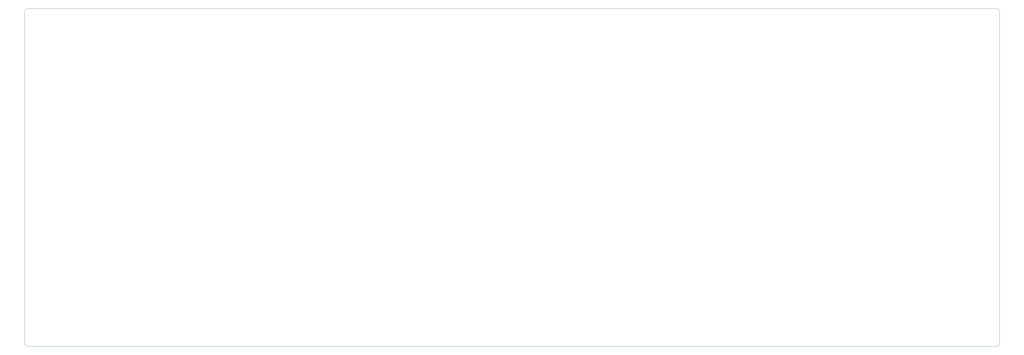
<source format=gbr>
%TF.GenerationSoftware,KiCad,Pcbnew,(6.0.2)*%
%TF.CreationDate,2022-02-20T23:43:42-05:00*%
%TF.ProjectId,TKL,544b4c2e-6b69-4636-9164-5f7063625858,rev?*%
%TF.SameCoordinates,Original*%
%TF.FileFunction,Profile,NP*%
%FSLAX46Y46*%
G04 Gerber Fmt 4.6, Leading zero omitted, Abs format (unit mm)*
G04 Created by KiCad (PCBNEW (6.0.2)) date 2022-02-20 23:43:42*
%MOMM*%
%LPD*%
G01*
G04 APERTURE LIST*
%TA.AperFunction,Profile*%
%ADD10C,0.100000*%
%TD*%
G04 APERTURE END LIST*
D10*
X30480001Y-198437501D02*
G75*
G03*
X31750001Y-199707501I1269999J-1D01*
G01*
X380682501Y-79375001D02*
X380682501Y-198437501D01*
X30480001Y-198437501D02*
X30480001Y-79375001D01*
X379412501Y-78105001D02*
X31750001Y-78105001D01*
X379412501Y-199707501D02*
X31750001Y-199707501D01*
X380682501Y-79375001D02*
G75*
G03*
X379412501Y-78105001I-1269999J1D01*
G01*
X379412501Y-199707501D02*
G75*
G03*
X380682501Y-198437501I1J1269999D01*
G01*
X31750001Y-78105001D02*
G75*
G03*
X30480001Y-79375001I-1J-1269999D01*
G01*
M02*

</source>
